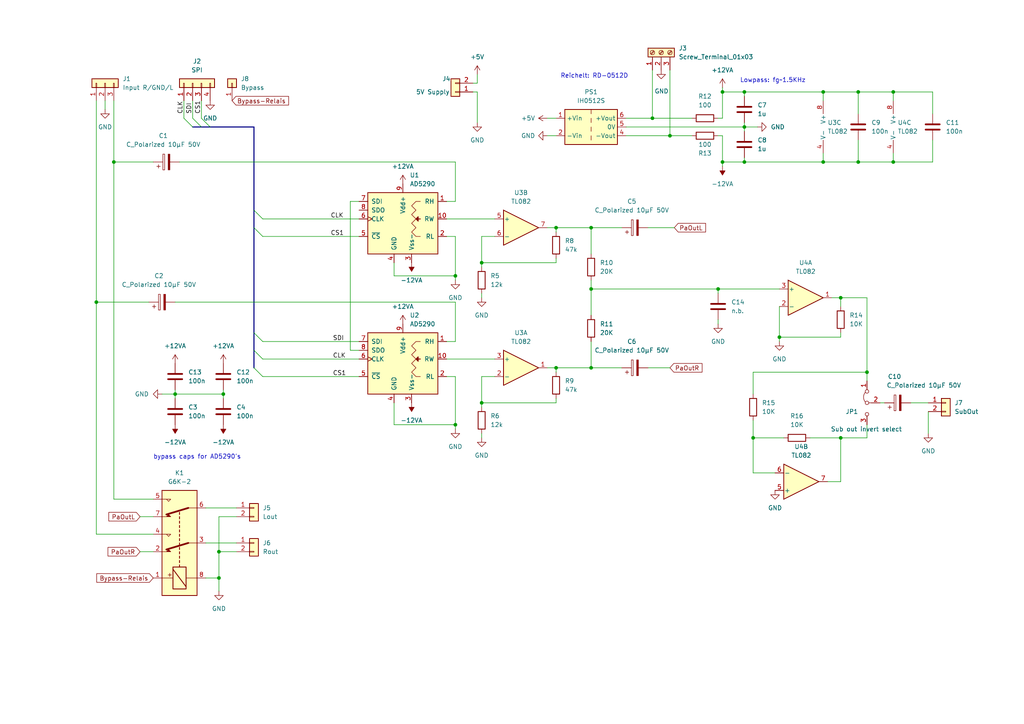
<source format=kicad_sch>
(kicad_sch (version 20211123) (generator eeschema)
  (paper "A4")
  (lib_symbols
    (symbol "Amplifier_Operational:TL082" (pin_names (offset 0.127))
      (property "Reference" "U" (at 0 5.08 0))
      (property "Value" "TL082" (at 0 -5.08 0))
      (symbol "TL082_1_1"
        (polyline (pts (xy -5.08 5.08) (xy 5.08 0) (xy -5.08 -5.08) (xy -5.08 5.08)) (stroke (width 0.254)) (fill (type background)))
        (pin output line (at 7.62 0 180) (length 2.54) (name "~") (number "1"))
        (pin input line (at -7.62 -2.54 0) (length 2.54) (name "-") (number "2"))
        (pin input line (at -7.62 2.54 0) (length 2.54) (name "+") (number "3"))
      )
      (symbol "TL082_2_1"
        (polyline (pts (xy -5.08 5.08) (xy 5.08 0) (xy -5.08 -5.08) (xy -5.08 5.08)) (stroke (width 0.254)) (fill (type background)))
        (pin input line (at -7.62 2.54 0) (length 2.54) (name "+") (number "5"))
        (pin input line (at -7.62 -2.54 0) (length 2.54) (name "-") (number "6"))
        (pin output line (at 7.62 0 180) (length 2.54) (name "~") (number "7"))
      )
      (symbol "TL082_3_1"
        (pin power_in line (at -2.54 -7.62 90) (length 3.81) (name "V-") (number "4"))
        (pin power_in line (at -2.54 7.62 270) (length 3.81) (name "V+") (number "8"))
      )
    )
    (symbol "Connector:Screw_Terminal_01x03" (pin_names (offset 1.016) hide)
      (property "Reference" "J" (at 0 5.08 0))
      (property "Value" "Screw_Terminal_01x03" (at 0 -5.08 0))
      (symbol "Screw_Terminal_01x03_1_1"
        (rectangle (start -1.27 3.81) (end 1.27 -3.81) (stroke (width 0.254)) (fill (type background)))
        (circle (center 0 -2.54) (radius 0.635) (stroke (width 0.1524)))
        (polyline (pts (xy -0.5334 -2.2098) (xy 0.3302 -3.048)) (stroke (width 0.1524)))
        (polyline (pts (xy -0.5334 0.3302) (xy 0.3302 -0.508)) (stroke (width 0.1524)))
        (polyline (pts (xy -0.5334 2.8702) (xy 0.3302 2.032)) (stroke (width 0.1524)))
        (polyline (pts (xy -0.3556 -2.032) (xy 0.508 -2.8702)) (stroke (width 0.1524)))
        (polyline (pts (xy -0.3556 0.508) (xy 0.508 -0.3302)) (stroke (width 0.1524)))
        (polyline (pts (xy -0.3556 3.048) (xy 0.508 2.2098)) (stroke (width 0.1524)))
        (circle (center 0 0) (radius 0.635) (stroke (width 0.1524)))
        (circle (center 0 2.54) (radius 0.635) (stroke (width 0.1524)))
        (pin passive line (at -5.08 2.54 0) (length 3.81) (name "Pin_1") (number "1"))
        (pin passive line (at -5.08 0 0) (length 3.81) (name "Pin_2") (number "2"))
        (pin passive line (at -5.08 -2.54 0) (length 3.81) (name "Pin_3") (number "3"))
      )
    )
    (symbol "Connector_Generic:Conn_01x01" (pin_names (offset 1.016) hide)
      (property "Reference" "J" (at 0 2.54 0))
      (property "Value" "Conn_01x01" (at 0 -2.54 0))
      (symbol "Conn_01x01_1_1"
        (rectangle (start -1.27 0.127) (end 0 -0.127) (stroke (width 0.1524)))
        (rectangle (start -1.27 1.27) (end 1.27 -1.27) (stroke (width 0.254)) (fill (type background)))
        (pin passive line (at -5.08 0 0) (length 3.81) (name "Pin_1") (number "1"))
      )
    )
    (symbol "Connector_Generic:Conn_01x02" (pin_names (offset 1.016) hide)
      (property "Reference" "J" (at 0 2.54 0))
      (property "Value" "Conn_01x02" (at 0 -5.08 0))
      (symbol "Conn_01x02_1_1"
        (rectangle (start -1.27 -2.413) (end 0 -2.667) (stroke (width 0.1524)))
        (rectangle (start -1.27 0.127) (end 0 -0.127) (stroke (width 0.1524)))
        (rectangle (start -1.27 1.27) (end 1.27 -3.81) (stroke (width 0.254)) (fill (type background)))
        (pin passive line (at -5.08 0 0) (length 3.81) (name "Pin_1") (number "1"))
        (pin passive line (at -5.08 -2.54 0) (length 3.81) (name "Pin_2") (number "2"))
      )
    )
    (symbol "Connector_Generic:Conn_01x03" (pin_names (offset 1.016) hide)
      (property "Reference" "J" (at 0 5.08 0))
      (property "Value" "Conn_01x03" (at 0 -5.08 0))
      (symbol "Conn_01x03_1_1"
        (rectangle (start -1.27 -2.413) (end 0 -2.667) (stroke (width 0.1524)))
        (rectangle (start -1.27 0.127) (end 0 -0.127) (stroke (width 0.1524)))
        (rectangle (start -1.27 2.667) (end 0 2.413) (stroke (width 0.1524)))
        (rectangle (start -1.27 3.81) (end 1.27 -3.81) (stroke (width 0.254)) (fill (type background)))
        (pin passive line (at -5.08 2.54 0) (length 3.81) (name "Pin_1") (number "1"))
        (pin passive line (at -5.08 0 0) (length 3.81) (name "Pin_2") (number "2"))
        (pin passive line (at -5.08 -2.54 0) (length 3.81) (name "Pin_3") (number "3"))
      )
    )
    (symbol "Connector_Generic:Conn_01x04" (pin_names (offset 1.016) hide)
      (property "Reference" "J" (at 0 5.08 0))
      (property "Value" "Conn_01x04" (at 0 -7.62 0))
      (symbol "Conn_01x04_1_1"
        (rectangle (start -1.27 -4.953) (end 0 -5.207) (stroke (width 0.1524)))
        (rectangle (start -1.27 -2.413) (end 0 -2.667) (stroke (width 0.1524)))
        (rectangle (start -1.27 0.127) (end 0 -0.127) (stroke (width 0.1524)))
        (rectangle (start -1.27 2.667) (end 0 2.413) (stroke (width 0.1524)))
        (rectangle (start -1.27 3.81) (end 1.27 -6.35) (stroke (width 0.254)) (fill (type background)))
        (pin passive line (at -5.08 2.54 0) (length 3.81) (name "Pin_1") (number "1"))
        (pin passive line (at -5.08 0 0) (length 3.81) (name "Pin_2") (number "2"))
        (pin passive line (at -5.08 -2.54 0) (length 3.81) (name "Pin_3") (number "3"))
        (pin passive line (at -5.08 -5.08 0) (length 3.81) (name "Pin_4") (number "4"))
      )
    )
    (symbol "Converter_DCDC:IH0512S"
      (property "Reference" "PS" (at -7.62 6.35 0))
      (property "Value" "IH0512S" (at 1.27 6.35 0))
      (symbol "IH0512S_0_0"
        (pin power_in line (at -10.16 2.54 0) (length 2.54) (name "+Vin") (number "1"))
        (pin power_in line (at -10.16 -2.54 0) (length 2.54) (name "-Vin") (number "2"))
        (pin power_out line (at 10.16 -2.54 180) (length 2.54) (name "-Vout") (number "4"))
        (pin power_out line (at 10.16 0 180) (length 2.54) (name "0V") (number "5"))
        (pin power_out line (at 10.16 2.54 180) (length 2.54) (name "+Vout") (number "6"))
      )
      (symbol "IH0512S_0_1"
        (rectangle (start -7.62 5.08) (end 7.62 -5.08) (stroke (width 0.254)) (fill (type background)))
        (polyline (pts (xy 0 -2.54) (xy 0 -3.81)))
        (polyline (pts (xy 0 0) (xy 0 -1.27)))
        (polyline (pts (xy 0 2.54) (xy 0 1.27)))
        (polyline (pts (xy 0 5.08) (xy 0 3.81)))
      )
    )
    (symbol "Device:C" (pin_numbers hide) (pin_names (offset 0.254))
      (property "Reference" "C" (at 0.635 2.54 0))
      (property "Value" "C" (at 0.635 -2.54 0))
      (symbol "C_0_1"
        (polyline (pts (xy -2.032 -0.762) (xy 2.032 -0.762)) (stroke (width 0.508)))
        (polyline (pts (xy -2.032 0.762) (xy 2.032 0.762)) (stroke (width 0.508)))
      )
      (symbol "C_1_1"
        (pin passive line (at 0 3.81 270) (length 2.794) (name "~") (number "1"))
        (pin passive line (at 0 -3.81 90) (length 2.794) (name "~") (number "2"))
      )
    )
    (symbol "Device:C_Polarized" (pin_numbers hide) (pin_names (offset 0.254))
      (property "Reference" "C" (at 0.635 2.54 0))
      (property "Value" "C_Polarized" (at 0.635 -2.54 0))
      (symbol "C_Polarized_0_1"
        (rectangle (start -2.286 0.508) (end 2.286 1.016))
        (polyline (pts (xy -1.778 2.286) (xy -0.762 2.286)))
        (polyline (pts (xy -1.27 2.794) (xy -1.27 1.778)))
        (rectangle (start 2.286 -0.508) (end -2.286 -1.016) (fill (type outline)))
      )
      (symbol "C_Polarized_1_1"
        (pin passive line (at 0 3.81 270) (length 2.794) (name "~") (number "1"))
        (pin passive line (at 0 -3.81 90) (length 2.794) (name "~") (number "2"))
      )
    )
    (symbol "Device:R" (pin_numbers hide) (pin_names (offset 0))
      (property "Reference" "R" (at 2.032 0 90))
      (property "Value" "R" (at 0 0 90))
      (symbol "R_0_1"
        (rectangle (start -1.016 -2.54) (end 1.016 2.54) (stroke (width 0.254)))
      )
      (symbol "R_1_1"
        (pin passive line (at 0 3.81 270) (length 1.27) (name "~") (number "1"))
        (pin passive line (at 0 -3.81 90) (length 1.27) (name "~") (number "2"))
      )
    )
    (symbol "Jumper:Jumper_3_Bridged12" (pin_names (offset 0) hide)
      (property "Reference" "JP" (at -2.54 -2.54 0))
      (property "Value" "Jumper_3_Bridged12" (at 0 2.794 0))
      (symbol "Jumper_3_Bridged12_0_0"
        (circle (center -3.302 0) (radius 0.508))
        (circle (center 0 0) (radius 0.508))
        (circle (center 3.302 0) (radius 0.508))
      )
      (symbol "Jumper_3_Bridged12_0_1"
        (arc (start -0.254 0.508) (mid -1.651 0.9912) (end -3.048 0.508))
        (polyline (pts (xy 0 -1.27) (xy 0 -0.508)))
      )
      (symbol "Jumper_3_Bridged12_1_1"
        (pin passive line (at -6.35 0 0) (length 2.54) (name "A") (number "1"))
        (pin input line (at 0 -3.81 90) (length 2.54) (name "C") (number "2"))
        (pin passive line (at 6.35 0 180) (length 2.54) (name "B") (number "3"))
      )
    )
    (symbol "Potentiometer_Digital:AD5290" (pin_names (offset 1.016))
      (property "Reference" "U" (at -9.906 8.89 0))
      (property "Value" "AD5290" (at 2.794 9.144 0))
      (symbol "AD5290_0_1"
        (rectangle (start -10.16 7.62) (end 10.16 -10.16) (stroke (width 0.254)) (fill (type background)))
        (polyline (pts (xy 4.445 0) (xy 5.08 0)) (stroke (width 0.254)))
        (polyline (pts (xy 3.81 0) (xy 4.445 0.635) (xy 4.445 -0.635) (xy 3.81 0)) (stroke (width 0.254)) (fill (type outline)))
        (polyline (pts (xy 5.08 5.08) (xy 3.81 5.08) (xy 2.54 3.81) (xy 3.81 2.54) (xy 2.54 1.27) (xy 3.81 0) (xy 2.54 -1.27) (xy 3.81 -2.54) (xy 2.54 -3.81) (xy 3.81 -5.08) (xy 5.08 -5.08) (xy 5.08 -5.08) (xy 5.08 -5.08)))
      )
      (symbol "AD5290_1_1"
        (pin passive line (at 12.7 5.08 180) (length 2.54) (name "RH") (number "1"))
        (pin passive line (at 12.7 0 180) (length 2.54) (name "RW") (number "10"))
        (pin passive line (at 12.7 -5.08 180) (length 2.54) (name "RL") (number "2"))
        (pin power_in line (at 2.54 -12.7 90) (length 2.54) (name "Vss-") (number "3"))
        (pin power_in line (at -2.54 -12.7 90) (length 2.54) (name "GND") (number "4"))
        (pin input line (at -12.7 -5.08 0) (length 2.54) (name "~{CS}") (number "5"))
        (pin input clock (at -12.7 0 0) (length 2.54) (name "CLK") (number "6"))
        (pin input line (at -12.7 5.08 0) (length 2.54) (name "SDI") (number "7"))
        (pin output line (at -12.7 2.54 0) (length 2.54) (name "SDO") (number "8"))
        (pin power_in line (at 0 10.16 270) (length 2.54) (name "Vdd+") (number "9"))
      )
    )
    (symbol "Relay:G6K-2"
      (property "Reference" "K" (at 16.51 3.81 0))
      (property "Value" "G6K-2" (at 16.51 1.27 0))
      (symbol "G6K-2_0_0"
        (text "+" (at -9.271 2.921 0) (effects (font (size 1.27 1.27))))
      )
      (symbol "G6K-2_0_1"
        (rectangle (start -15.24 5.08) (end 15.24 -5.08) (stroke (width 0.254)) (fill (type background)))
        (rectangle (start -13.335 1.905) (end -6.985 -1.905) (stroke (width 0.254)))
        (polyline (pts (xy -12.7 -1.905) (xy -7.62 1.905)) (stroke (width 0.254)))
        (polyline (pts (xy -10.16 -5.08) (xy -10.16 -1.905)))
        (polyline (pts (xy -10.16 5.08) (xy -10.16 1.905)))
        (polyline (pts (xy -6.985 0) (xy -6.35 0)) (stroke (width 0.254)))
        (polyline (pts (xy -5.715 0) (xy -5.08 0)) (stroke (width 0.254)))
        (polyline (pts (xy -4.445 0) (xy -3.81 0)) (stroke (width 0.254)))
        (polyline (pts (xy -3.175 0) (xy -2.54 0)) (stroke (width 0.254)))
        (polyline (pts (xy -1.905 0) (xy -1.27 0)) (stroke (width 0.254)))
        (polyline (pts (xy -0.635 0) (xy 0 0)) (stroke (width 0.254)))
        (polyline (pts (xy 0 -2.54) (xy -1.905 3.81)) (stroke (width 0.508)))
        (polyline (pts (xy 0 -2.54) (xy 0 -5.08)))
        (polyline (pts (xy 0.635 0) (xy 1.27 0)) (stroke (width 0.254)))
        (polyline (pts (xy 1.905 0) (xy 2.54 0)) (stroke (width 0.254)))
        (polyline (pts (xy 3.175 0) (xy 3.81 0)) (stroke (width 0.254)))
        (polyline (pts (xy 4.445 0) (xy 5.08 0)) (stroke (width 0.254)))
        (polyline (pts (xy 5.715 0) (xy 6.35 0)) (stroke (width 0.254)))
        (polyline (pts (xy 6.985 0) (xy 7.62 0)) (stroke (width 0.254)))
        (polyline (pts (xy 8.255 0) (xy 8.89 0)) (stroke (width 0.254)))
        (polyline (pts (xy 10.16 -2.54) (xy 8.255 3.81)) (stroke (width 0.508)))
        (polyline (pts (xy 10.16 -2.54) (xy 10.16 -5.08)))
        (polyline (pts (xy -2.54 5.08) (xy -2.54 2.54) (xy -1.905 3.175) (xy -2.54 3.81)) (fill (type outline)))
        (polyline (pts (xy 2.54 5.08) (xy 2.54 2.54) (xy 1.905 3.175) (xy 2.54 3.81)))
        (polyline (pts (xy 7.62 5.08) (xy 7.62 2.54) (xy 8.255 3.175) (xy 7.62 3.81)) (fill (type outline)))
        (polyline (pts (xy 12.7 5.08) (xy 12.7 2.54) (xy 12.065 3.175) (xy 12.7 3.81)))
      )
      (symbol "G6K-2_1_1"
        (pin passive line (at -10.16 7.62 270) (length 2.54) (name "~") (number "1"))
        (pin passive line (at -2.54 7.62 270) (length 2.54) (name "~") (number "2"))
        (pin passive line (at 0 -7.62 90) (length 2.54) (name "~") (number "3"))
        (pin passive line (at 2.54 7.62 270) (length 2.54) (name "~") (number "4"))
        (pin passive line (at 12.7 7.62 270) (length 2.54) (name "~") (number "5"))
        (pin passive line (at 10.16 -7.62 90) (length 2.54) (name "~") (number "6"))
        (pin passive line (at 7.62 7.62 270) (length 2.54) (name "~") (number "7"))
        (pin passive line (at -10.16 -7.62 90) (length 2.54) (name "~") (number "8"))
      )
    )
    (symbol "power:+12VA" (power) (pin_names (offset 0))
      (property "Value" "+12VA" (at 0 3.556 0))
      (symbol "+12VA_0_1"
        (polyline (pts (xy -0.762 1.27) (xy 0 2.54)))
        (polyline (pts (xy 0 0) (xy 0 2.54)))
        (polyline (pts (xy 0 2.54) (xy 0.762 1.27)))
      )
      (symbol "+12VA_1_1"
        (pin power_in line (at 0 0 90) (length 0) hide (name "+12VA") (number "1"))
      )
    )
    (symbol "power:+5V" (power) (pin_names (offset 0))
      (property "Value" "+5V" (at 0 3.556 0))
      (symbol "+5V_0_1"
        (polyline (pts (xy -0.762 1.27) (xy 0 2.54)))
        (polyline (pts (xy 0 0) (xy 0 2.54)))
        (polyline (pts (xy 0 2.54) (xy 0.762 1.27)))
      )
      (symbol "+5V_1_1"
        (pin power_in line (at 0 0 90) (length 0) hide (name "+5V") (number "1"))
      )
    )
    (symbol "power:-12VA" (power) (pin_names (offset 0))
      (property "Value" "-12VA" (at 0 3.556 0))
      (symbol "-12VA_0_0"
        (pin power_in line (at 0 0 90) (length 0) hide (name "-12VA") (number "1"))
      )
      (symbol "-12VA_0_1"
        (polyline (pts (xy 0 0) (xy 0 1.27) (xy 0.762 1.27) (xy 0 2.54) (xy -0.762 1.27) (xy 0 1.27)) (fill (type outline)))
      )
    )
    (symbol "power:GND" (power) (pin_names (offset 0))
      (property "Value" "GND" (at 0 -3.81 0))
      (symbol "GND_0_1"
        (polyline (pts (xy 0 0) (xy 0 -1.27) (xy 1.27 -1.27) (xy 0 -2.54) (xy -1.27 -1.27) (xy 0 -1.27)))
      )
      (symbol "GND_1_1"
        (pin power_in line (at 0 0 270) (length 0) hide (name "GND") (number "1"))
      )
    )
  )
  (junction (at 171.45 106.68))
  (junction (at 215.9 26.67))
  (junction (at 171.45 83.82))
  (junction (at 243.84 86.36))
  (junction (at 248.92 46.99))
  (junction (at 243.84 127))
  (junction (at 209.55 26.67))
  (junction (at 139.7 76.2))
  (junction (at 189.23 34.29))
  (junction (at 132.08 80.01))
  (junction (at 64.77 114.3))
  (junction (at 161.29 106.68))
  (junction (at 215.9 46.99))
  (junction (at 248.92 26.67))
  (junction (at 139.7 116.84))
  (junction (at 171.45 66.04))
  (junction (at 132.08 123.19))
  (junction (at 218.44 127))
  (junction (at 63.5 160.02))
  (junction (at 161.29 66.04))
  (junction (at 238.76 46.99))
  (junction (at 238.76 26.67))
  (junction (at 251.46 107.95))
  (junction (at 27.94 87.63))
  (junction (at 215.9 36.83))
  (junction (at 194.31 39.37))
  (junction (at 50.8 114.3))
  (junction (at 209.55 46.99))
  (junction (at 63.5 167.64))
  (junction (at 259.08 46.99))
  (junction (at 226.06 97.79))
  (junction (at 33.02 46.99))
  (junction (at 208.28 83.82))
  (junction (at 259.08 26.67))
  (bus_entry (at 58.42 34.29) (size 2.54 2.54))
  (bus_entry (at 53.34 34.29) (size 2.54 2.54))
  (bus_entry (at 55.88 34.29) (size 2.54 2.54))
  (bus_entry (at 73.66 101.6) (size 2.54 2.54))
  (bus_entry (at 73.66 60.96) (size 2.54 2.54))
  (bus_entry (at 73.66 106.68) (size 2.54 2.54))
  (bus_entry (at 73.66 66.04) (size 2.54 2.54))
  (bus_entry (at 73.66 96.52) (size 2.54 2.54))
  (wire (pts (xy 238.76 26.67) (xy 238.76 29.21)))
  (wire (pts (xy 209.55 26.67) (xy 209.55 34.29)))
  (wire (pts (xy 114.3 116.84) (xy 114.3 123.19)))
  (wire (pts (xy 44.45 154.94) (xy 27.94 154.94)))
  (wire (pts (xy 27.94 87.63) (xy 27.94 154.94)))
  (wire (pts (xy 129.54 68.58) (xy 132.08 68.58)))
  (wire (pts (xy 194.31 20.32) (xy 194.31 39.37)))
  (wire (pts (xy 139.7 109.22) (xy 143.51 109.22)))
  (wire (pts (xy 241.3 86.36) (xy 243.84 86.36)))
  (wire (pts (xy 132.08 99.06) (xy 132.08 87.63)))
  (wire (pts (xy 50.8 113.03) (xy 50.8 114.3)))
  (wire (pts (xy 270.51 46.99) (xy 270.51 40.64)))
  (wire (pts (xy 46.99 114.3) (xy 50.8 114.3)))
  (wire (pts (xy 187.96 66.04) (xy 195.58 66.04)))
  (wire (pts (xy 248.92 40.64) (xy 248.92 46.99)))
  (wire (pts (xy 132.08 123.19) (xy 132.08 124.46)))
  (wire (pts (xy 161.29 74.93) (xy 161.29 76.2)))
  (wire (pts (xy 171.45 99.06) (xy 171.45 106.68)))
  (wire (pts (xy 189.23 20.32) (xy 189.23 34.29)))
  (wire (pts (xy 132.08 68.58) (xy 132.08 80.01)))
  (wire (pts (xy 129.54 109.22) (xy 132.08 109.22)))
  (wire (pts (xy 238.76 44.45) (xy 238.76 46.99)))
  (wire (pts (xy 161.29 66.04) (xy 171.45 66.04)))
  (wire (pts (xy 30.48 29.21) (xy 30.48 31.75)))
  (wire (pts (xy 251.46 86.36) (xy 243.84 86.36)))
  (wire (pts (xy 76.2 68.58) (xy 104.14 68.58)))
  (wire (pts (xy 171.45 83.82) (xy 208.28 83.82)))
  (wire (pts (xy 132.08 80.01) (xy 132.08 81.28)))
  (wire (pts (xy 161.29 115.57) (xy 161.29 116.84)))
  (wire (pts (xy 76.2 104.14) (xy 104.14 104.14)))
  (wire (pts (xy 187.96 106.68) (xy 194.31 106.68)))
  (wire (pts (xy 238.76 26.67) (xy 248.92 26.67)))
  (wire (pts (xy 208.28 83.82) (xy 226.06 83.82)))
  (wire (pts (xy 270.51 33.02) (xy 270.51 26.67)))
  (wire (pts (xy 208.28 92.71) (xy 208.28 93.98)))
  (wire (pts (xy 114.3 80.01) (xy 132.08 80.01)))
  (wire (pts (xy 259.08 44.45) (xy 259.08 46.99)))
  (bus (pts (xy 73.66 66.04) (xy 73.66 60.96)))
  (wire (pts (xy 138.43 26.67) (xy 138.43 35.56)))
  (wire (pts (xy 181.61 34.29) (xy 189.23 34.29)))
  (wire (pts (xy 101.6 58.42) (xy 104.14 58.42)))
  (wire (pts (xy 224.79 137.16) (xy 218.44 137.16)))
  (wire (pts (xy 158.75 106.68) (xy 161.29 106.68)))
  (wire (pts (xy 259.08 26.67) (xy 270.51 26.67)))
  (wire (pts (xy 251.46 110.49) (xy 251.46 107.95)))
  (wire (pts (xy 189.23 34.29) (xy 200.66 34.29)))
  (wire (pts (xy 243.84 96.52) (xy 243.84 97.79)))
  (wire (pts (xy 33.02 29.21) (xy 33.02 46.99)))
  (wire (pts (xy 139.7 76.2) (xy 139.7 77.47)))
  (wire (pts (xy 138.43 24.13) (xy 138.43 21.59)))
  (wire (pts (xy 248.92 26.67) (xy 248.92 33.02)))
  (wire (pts (xy 215.9 26.67) (xy 238.76 26.67)))
  (wire (pts (xy 137.16 26.67) (xy 138.43 26.67)))
  (wire (pts (xy 259.08 46.99) (xy 270.51 46.99)))
  (wire (pts (xy 63.5 160.02) (xy 68.58 160.02)))
  (wire (pts (xy 161.29 106.68) (xy 161.29 107.95)))
  (wire (pts (xy 139.7 116.84) (xy 139.7 118.11)))
  (wire (pts (xy 215.9 27.94) (xy 215.9 26.67)))
  (wire (pts (xy 43.18 87.63) (xy 27.94 87.63)))
  (wire (pts (xy 76.2 99.06) (xy 104.14 99.06)))
  (bus (pts (xy 73.66 66.04) (xy 73.66 96.52)))
  (wire (pts (xy 209.55 46.99) (xy 215.9 46.99)))
  (wire (pts (xy 218.44 127) (xy 218.44 137.16)))
  (wire (pts (xy 59.69 147.32) (xy 68.58 147.32)))
  (wire (pts (xy 194.31 39.37) (xy 200.66 39.37)))
  (wire (pts (xy 40.64 149.86) (xy 44.45 149.86)))
  (wire (pts (xy 76.2 63.5) (xy 104.14 63.5)))
  (wire (pts (xy 27.94 29.21) (xy 27.94 87.63)))
  (wire (pts (xy 114.3 76.2) (xy 114.3 80.01)))
  (wire (pts (xy 139.7 85.09) (xy 139.7 86.36)))
  (wire (pts (xy 259.08 26.67) (xy 259.08 29.21)))
  (wire (pts (xy 137.16 24.13) (xy 138.43 24.13)))
  (wire (pts (xy 255.27 116.84) (xy 256.54 116.84)))
  (bus (pts (xy 73.66 96.52) (xy 73.66 101.6)))
  (wire (pts (xy 171.45 66.04) (xy 171.45 73.66)))
  (wire (pts (xy 171.45 83.82) (xy 171.45 91.44)))
  (wire (pts (xy 139.7 68.58) (xy 139.7 76.2)))
  (wire (pts (xy 215.9 36.83) (xy 219.71 36.83)))
  (wire (pts (xy 132.08 87.63) (xy 50.8 87.63)))
  (wire (pts (xy 129.54 104.14) (xy 143.51 104.14)))
  (wire (pts (xy 158.75 39.37) (xy 161.29 39.37)))
  (wire (pts (xy 76.2 109.22) (xy 104.14 109.22)))
  (wire (pts (xy 33.02 46.99) (xy 44.45 46.99)))
  (wire (pts (xy 208.28 83.82) (xy 208.28 85.09)))
  (wire (pts (xy 139.7 125.73) (xy 139.7 127)))
  (wire (pts (xy 132.08 109.22) (xy 132.08 123.19)))
  (wire (pts (xy 129.54 63.5) (xy 143.51 63.5)))
  (bus (pts (xy 60.96 36.83) (xy 58.42 36.83)))
  (wire (pts (xy 139.7 68.58) (xy 143.51 68.58)))
  (wire (pts (xy 243.84 86.36) (xy 243.84 88.9)))
  (wire (pts (xy 248.92 26.67) (xy 259.08 26.67)))
  (wire (pts (xy 248.92 46.99) (xy 259.08 46.99)))
  (wire (pts (xy 161.29 67.31) (xy 161.29 66.04)))
  (wire (pts (xy 64.77 113.03) (xy 64.77 114.3)))
  (wire (pts (xy 181.61 39.37) (xy 194.31 39.37)))
  (wire (pts (xy 215.9 46.99) (xy 238.76 46.99)))
  (wire (pts (xy 64.77 114.3) (xy 64.77 115.57)))
  (wire (pts (xy 171.45 66.04) (xy 180.34 66.04)))
  (wire (pts (xy 208.28 34.29) (xy 209.55 34.29)))
  (wire (pts (xy 63.5 167.64) (xy 63.5 171.45)))
  (wire (pts (xy 50.8 114.3) (xy 64.77 114.3)))
  (wire (pts (xy 181.61 36.83) (xy 215.9 36.83)))
  (wire (pts (xy 33.02 46.99) (xy 33.02 144.78)))
  (wire (pts (xy 240.03 139.7) (xy 243.84 139.7)))
  (bus (pts (xy 73.66 36.83) (xy 73.66 60.96)))
  (wire (pts (xy 59.69 167.64) (xy 63.5 167.64)))
  (wire (pts (xy 68.58 149.86) (xy 63.5 149.86)))
  (wire (pts (xy 209.55 46.99) (xy 209.55 48.26)))
  (wire (pts (xy 63.5 160.02) (xy 63.5 167.64)))
  (wire (pts (xy 104.14 101.6) (xy 101.6 101.6)))
  (wire (pts (xy 238.76 46.99) (xy 248.92 46.99)))
  (bus (pts (xy 58.42 36.83) (xy 55.88 36.83)))
  (wire (pts (xy 218.44 107.95) (xy 251.46 107.95)))
  (wire (pts (xy 139.7 76.2) (xy 161.29 76.2)))
  (wire (pts (xy 226.06 97.79) (xy 243.84 97.79)))
  (wire (pts (xy 132.08 58.42) (xy 129.54 58.42)))
  (wire (pts (xy 218.44 121.92) (xy 218.44 127)))
  (wire (pts (xy 171.45 106.68) (xy 180.34 106.68)))
  (bus (pts (xy 73.66 101.6) (xy 73.66 106.68)))
  (wire (pts (xy 209.55 26.67) (xy 215.9 26.67)))
  (wire (pts (xy 139.7 116.84) (xy 161.29 116.84)))
  (wire (pts (xy 55.88 29.21) (xy 55.88 34.29)))
  (wire (pts (xy 251.46 123.19) (xy 251.46 127)))
  (wire (pts (xy 139.7 109.22) (xy 139.7 116.84)))
  (wire (pts (xy 52.07 46.99) (xy 132.08 46.99)))
  (wire (pts (xy 158.75 66.04) (xy 161.29 66.04)))
  (wire (pts (xy 264.16 116.84) (xy 269.24 116.84)))
  (wire (pts (xy 171.45 81.28) (xy 171.45 83.82)))
  (wire (pts (xy 226.06 97.79) (xy 226.06 99.06)))
  (wire (pts (xy 209.55 25.4) (xy 209.55 26.67)))
  (wire (pts (xy 215.9 45.72) (xy 215.9 46.99)))
  (wire (pts (xy 208.28 39.37) (xy 209.55 39.37)))
  (wire (pts (xy 209.55 39.37) (xy 209.55 46.99)))
  (wire (pts (xy 59.69 157.48) (xy 68.58 157.48)))
  (wire (pts (xy 243.84 127) (xy 243.84 139.7)))
  (wire (pts (xy 50.8 114.3) (xy 50.8 115.57)))
  (wire (pts (xy 161.29 106.68) (xy 171.45 106.68)))
  (wire (pts (xy 243.84 127) (xy 251.46 127)))
  (bus (pts (xy 60.96 36.83) (xy 73.66 36.83)))
  (wire (pts (xy 227.33 127) (xy 218.44 127)))
  (wire (pts (xy 132.08 46.99) (xy 132.08 58.42)))
  (wire (pts (xy 215.9 36.83) (xy 215.9 38.1)))
  (wire (pts (xy 215.9 35.56) (xy 215.9 36.83)))
  (wire (pts (xy 44.45 144.78) (xy 33.02 144.78)))
  (wire (pts (xy 129.54 99.06) (xy 132.08 99.06)))
  (wire (pts (xy 101.6 101.6) (xy 101.6 58.42)))
  (wire (pts (xy 53.34 29.21) (xy 53.34 34.29)))
  (wire (pts (xy 226.06 97.79) (xy 226.06 88.9)))
  (wire (pts (xy 269.24 119.38) (xy 269.24 125.73)))
  (wire (pts (xy 158.75 34.29) (xy 161.29 34.29)))
  (wire (pts (xy 218.44 114.3) (xy 218.44 107.95)))
  (wire (pts (xy 114.3 123.19) (xy 132.08 123.19)))
  (wire (pts (xy 58.42 29.21) (xy 58.42 34.29)))
  (wire (pts (xy 234.95 127) (xy 243.84 127)))
  (wire (pts (xy 63.5 149.86) (xy 63.5 160.02)))
  (wire (pts (xy 251.46 107.95) (xy 251.46 86.36)))
  (wire (pts (xy 40.64 160.02) (xy 44.45 160.02)))
  (text "bypass caps for AD5290's\n" (at 44.45 133.35 0) (effects (font (size 1.27 1.27)) (justify left bottom)))
  (text "Reichelt: RD-0512D" (at 162.56 22.86 0) (effects (font (size 1.27 1.27)) (justify left bottom)))
  (text "Lowpass: fg~1.5KHz" (at 214.63 24.13 0) (effects (font (size 1.27 1.27)) (justify left bottom)))
  (label "SDI" (at 96.52 99.06 0))
  (label "CLK" (at 95.885 63.5 0))
  (label "CS1" (at 58.42 33.02 90))
  (label "CLK" (at 53.34 33.02 90))
  (label "CS1" (at 96.52 109.22 0))
  (label "CLK" (at 96.52 104.14 0))
  (label "CS1" (at 95.885 68.58 0))
  (label "SDI" (at 55.88 33.02 90))
  (global_label "Bypass-Relais" (shape input) (at 44.45 167.64 180) (property "Intersheet References" "${INTERSHEET_REFS}" (effects hide)))
  (global_label "PaOutR" (shape input) (at 40.64 160.02 180) (property "Intersheet References" "${INTERSHEET_REFS}" (effects hide)))
  (global_label "Bypass-Relais" (shape input) (at 67.31 29.21 0) (property "Intersheet References" "${INTERSHEET_REFS}" (effects hide)))
  (global_label "PaOutL" (shape input) (at 195.58 66.04 0) (property "Intersheet References" "${INTERSHEET_REFS}" (effects hide)))
  (global_label "PaOutL" (shape input) (at 40.64 149.86 180) (property "Intersheet References" "${INTERSHEET_REFS}" (effects hide)))
  (global_label "PaOutR" (shape input) (at 194.31 106.68 0) (property "Intersheet References" "${INTERSHEET_REFS}" (effects hide)))
  (symbol (lib_id "power:+5V") (at 138.43 21.59 0) (unit 1)
    (property "Reference" "#PWR09" (effects hide))
    (property "Value" "+5V" (at 138.43 16.51 0))
  )
  (symbol (lib_id "Amplifier_Operational:TL082") (at 261.62 36.83 0) (unit 3)
    (property "Reference" "U4" (at 260.35 35.5599 0) (effects (justify left)))
    (property "Value" "TL082" (at 260.35 38.0999 0) (effects (justify left)))
    (property "Footprint" "Package_DIP:DIP-8_W7.62mm_Socket" (effects hide))
    (property "Datasheet" "http://www.ti.com/lit/ds/symlink/tl081.pdf" (effects hide))
  )
  (symbol (lib_id "power:GND") (at 224.79 142.24 0) (unit 1)
    (property "Reference" "#PWR0105" (effects hide))
    (property "Value" "GND" (at 224.79 147.32 0))
  )
  (symbol (lib_id "Device:C") (at 64.77 109.22 0) (unit 1)
    (property "Reference" "C12" (at 68.58 107.9499 0) (effects (justify left)))
    (property "Value" "100n" (at 68.58 110.4899 0) (effects (justify left)))
    (property "Footprint" "Capacitor_THT:C_Rect_L4.6mm_W2.0mm_P2.50mm_MKS02_FKP02" (effects hide))
  )
  (symbol (lib_id "Device:R") (at 171.45 77.47 0) (unit 1)
    (property "Reference" "R10" (at 173.99 76.1999 0) (effects (justify left)))
    (property "Value" "20K" (at 173.99 78.7399 0) (effects (justify left)))
    (property "Footprint" "Resistor_THT:R_Axial_DIN0207_L6.3mm_D2.5mm_P10.16mm_Horizontal" (effects hide))
  )
  (symbol (lib_id "power:-12VA") (at 64.77 123.19 180) (unit 1)
    (property "Reference" "#PWR0117" (effects hide))
    (property "Value" "-12VA" (at 64.77 128.27 0))
  )
  (symbol (lib_id "Device:C_Polarized") (at 46.99 87.63 90) (unit 1)
    (property "Reference" "C2" (at 46.101 80.01 90))
    (property "Value" "C_Polarized 10µF 50V" (at 46.101 82.55 90))
    (property "Footprint" "Capacitor_THT:CP_Radial_D5.0mm_P2.00mm" (effects hide))
  )
  (symbol (lib_id "Device:C") (at 50.8 109.22 0) (unit 1)
    (property "Reference" "C13" (at 54.61 107.9499 0) (effects (justify left)))
    (property "Value" "100n" (at 54.61 110.4899 0) (effects (justify left)))
    (property "Footprint" "Capacitor_THT:C_Rect_L4.6mm_W2.0mm_P2.50mm_MKS02_FKP02" (effects hide))
  )
  (symbol (lib_id "Connector_Generic:Conn_01x04") (at 55.88 24.13 90) (unit 1)
    (property "Reference" "J2" (at 57.15 17.78 90))
    (property "Value" "SPI" (at 57.15 20.32 90))
    (property "Footprint" "Connector_PinHeader_2.54mm:PinHeader_1x04_P2.54mm_Vertical" (effects hide))
  )
  (symbol (lib_id "Device:C") (at 64.77 119.38 0) (unit 1)
    (property "Reference" "C4" (at 68.58 118.1099 0) (effects (justify left)))
    (property "Value" "100n" (at 68.58 120.6499 0) (effects (justify left)))
    (property "Footprint" "Capacitor_THT:C_Rect_L4.6mm_W2.0mm_P2.50mm_MKS02_FKP02" (effects hide))
  )
  (symbol (lib_id "power:GND") (at 158.75 39.37 270) (unit 1)
    (property "Reference" "#PWR015" (effects hide))
    (property "Value" "GND" (at 151.13 39.37 90) (effects (justify left)))
  )
  (symbol (lib_id "Amplifier_Operational:TL082") (at 241.3 36.83 0) (unit 3)
    (property "Reference" "U3" (at 240.03 35.5599 0) (effects (justify left)))
    (property "Value" "TL082" (at 240.03 38.0999 0) (effects (justify left)))
    (property "Footprint" "Package_DIP:DIP-8_W7.62mm_Socket" (effects hide))
    (property "Datasheet" "http://www.ti.com/lit/ds/symlink/tl081.pdf" (effects hide))
  )
  (symbol (lib_id "Converter_DCDC:IH0512S") (at 171.45 36.83 0) (unit 1)
    (property "Reference" "PS1" (at 171.45 26.67 0))
    (property "Value" "IH0512S" (at 171.45 29.21 0))
    (property "Footprint" "Converter_DCDC:Converter_DCDC_XP_POWER-IHxxxxS_THT" (effects hide))
    (property "Datasheet" "https://www.xppower.com/pdfs/SF_IH.pdf" (effects hide))
  )
  (symbol (lib_id "power:GND") (at 30.48 31.75 0) (unit 1)
    (property "Reference" "#PWR01" (effects hide))
    (property "Value" "GND" (at 30.48 36.83 0))
  )
  (symbol (lib_id "power:+12VA") (at 209.55 25.4 0) (unit 1)
    (property "Reference" "#PWR018" (effects hide))
    (property "Value" "+12VA" (at 209.55 20.32 0))
  )
  (symbol (lib_id "power:GND") (at 132.08 81.28 0) (unit 1)
    (property "Reference" "#PWR04" (effects hide))
    (property "Value" "GND" (at 132.08 86.36 0))
  )
  (symbol (lib_id "Connector_Generic:Conn_01x02") (at 274.32 116.84 0) (unit 1)
    (property "Reference" "J7" (at 276.86 116.8399 0) (effects (justify left)))
    (property "Value" "SubOut" (at 276.86 119.3799 0) (effects (justify left)))
    (property "Footprint" "Connector_Molex:Molex_KK-254_AE-6410-02A_1x02_P2.54mm_Vertical" (effects hide))
  )
  (symbol (lib_id "Amplifier_Operational:TL082") (at 151.13 106.68 0) (unit 1)
    (property "Reference" "U3" (at 151.13 96.52 0))
    (property "Value" "TL082" (at 151.13 99.06 0))
    (property "Footprint" "Package_DIP:DIP-8_W7.62mm_Socket" (effects hide))
    (property "Datasheet" "http://www.ti.com/lit/ds/symlink/tl081.pdf" (effects hide))
  )
  (symbol (lib_id "Connector_Generic:Conn_01x02") (at 73.66 157.48 0) (unit 1)
    (property "Reference" "J6" (at 76.2 157.4799 0) (effects (justify left)))
    (property "Value" "Rout" (at 76.2 160.0199 0) (effects (justify left)))
    (property "Footprint" "Connector_Molex:Molex_KK-254_AE-6410-02A_1x02_P2.54mm_Vertical" (effects hide))
  )
  (symbol (lib_id "Connector_Generic:Conn_01x03") (at 30.48 24.13 90) (unit 1)
    (property "Reference" "J1" (at 35.56 22.8599 90) (effects (justify right)))
    (property "Value" "Input R/GND/L" (at 35.56 25.3999 90) (effects (justify right)))
    (property "Footprint" "Connector_JST:JST_XH_B3B-XH-A_1x03_P2.50mm_Vertical" (effects hide))
  )
  (symbol (lib_id "Device:C") (at 215.9 41.91 0) (unit 1)
    (property "Reference" "C8" (at 219.71 40.6399 0) (effects (justify left)))
    (property "Value" "1u" (at 219.71 43.1799 0) (effects (justify left)))
    (property "Footprint" "Capacitor_THT:C_Rect_L7.0mm_W2.5mm_P5.00mm" (effects hide))
  )
  (symbol (lib_id "Device:C_Polarized") (at 184.15 66.04 90) (unit 1)
    (property "Reference" "C5" (at 183.261 58.42 90))
    (property "Value" "C_Polarized 10µF 50V" (at 183.261 60.96 90))
    (property "Footprint" "Capacitor_THT:CP_Radial_D5.0mm_P2.00mm" (effects hide))
  )
  (symbol (lib_id "power:-12VA") (at 119.38 116.84 180) (unit 1)
    (property "Reference" "#PWR0113" (effects hide))
    (property "Value" "-12VA" (at 119.38 121.92 0))
  )
  (symbol (lib_id "Device:C_Polarized") (at 260.35 116.84 90) (unit 1)
    (property "Reference" "C10" (at 259.461 109.22 90))
    (property "Value" "C_Polarized 10µF 50V" (at 267.97 111.76 90))
    (property "Footprint" "Capacitor_THT:CP_Radial_D5.0mm_P2.00mm" (effects hide))
  )
  (symbol (lib_id "power:GND") (at 138.43 35.56 0) (unit 1)
    (property "Reference" "#PWR010" (effects hide))
    (property "Value" "GND" (at 138.43 40.64 0))
  )
  (symbol (lib_id "power:GND") (at 139.7 127 0) (unit 1)
    (property "Reference" "#PWR0112" (effects hide))
    (property "Value" "GND" (at 139.7 132.08 0))
  )
  (symbol (lib_id "Device:R") (at 231.14 127 270) (unit 1)
    (property "Reference" "R16" (at 231.14 120.65 90))
    (property "Value" "10K" (at 231.14 123.19 90))
    (property "Footprint" "Resistor_THT:R_Axial_DIN0207_L6.3mm_D2.5mm_P10.16mm_Horizontal" (effects hide))
  )
  (symbol (lib_id "power:GND") (at 219.71 36.83 90) (unit 1)
    (property "Reference" "#PWR020" (effects hide))
    (property "Value" "GND" (at 223.52 36.8299 90) (effects (justify right)))
  )
  (symbol (lib_id "Device:C") (at 50.8 119.38 0) (unit 1)
    (property "Reference" "C3" (at 54.61 118.1099 0) (effects (justify left)))
    (property "Value" "100n" (at 54.61 120.6499 0) (effects (justify left)))
    (property "Footprint" "Capacitor_THT:C_Rect_L4.6mm_W2.0mm_P2.50mm_MKS02_FKP02" (effects hide))
  )
  (symbol (lib_id "power:-12VA") (at 50.8 123.19 180) (unit 1)
    (property "Reference" "#PWR0116" (effects hide))
    (property "Value" "-12VA" (at 50.8 128.27 0))
  )
  (symbol (lib_id "Amplifier_Operational:TL082") (at 151.13 66.04 0) (unit 2)
    (property "Reference" "U3" (at 151.13 55.88 0))
    (property "Value" "TL082" (at 151.13 58.42 0))
    (property "Footprint" "Package_DIP:DIP-8_W7.62mm_Socket" (effects hide))
    (property "Datasheet" "http://www.ti.com/lit/ds/symlink/tl081.pdf" (effects hide))
  )
  (symbol (lib_id "Connector:Screw_Terminal_01x03") (at 191.77 15.24 90) (unit 1)
    (property "Reference" "J3" (at 196.85 13.9699 90) (effects (justify right)))
    (property "Value" "Screw_Terminal_01x03" (at 196.85 16.5099 90) (effects (justify right)))
    (property "Footprint" "TerminalBlock_Phoenix:TerminalBlock_Phoenix_PT-1,5-3-5.0-H_1x03_P5.00mm_Horizontal" (effects hide))
  )
  (symbol (lib_id "Device:R") (at 204.47 39.37 90) (unit 1)
    (property "Reference" "R13" (at 204.47 44.45 90))
    (property "Value" "100" (at 204.47 41.91 90))
    (property "Footprint" "Resistor_THT:R_Axial_DIN0207_L6.3mm_D2.5mm_P10.16mm_Horizontal" (effects hide))
  )
  (symbol (lib_id "Device:C") (at 208.28 88.9 0) (unit 1)
    (property "Reference" "C14" (at 212.09 87.6299 0) (effects (justify left)))
    (property "Value" "n.b." (at 212.09 90.1699 0) (effects (justify left)))
    (property "Footprint" "Capacitor_THT:C_Rect_L7.0mm_W2.5mm_P5.00mm" (effects hide))
  )
  (symbol (lib_id "Device:R") (at 171.45 95.25 0) (unit 1)
    (property "Reference" "R11" (at 173.99 93.9799 0) (effects (justify left)))
    (property "Value" "20K" (at 173.99 96.5199 0) (effects (justify left)))
    (property "Footprint" "Resistor_THT:R_Axial_DIN0207_L6.3mm_D2.5mm_P10.16mm_Horizontal" (effects hide))
  )
  (symbol (lib_id "Device:R") (at 218.44 118.11 180) (unit 1)
    (property "Reference" "R15" (at 220.98 116.8399 0) (effects (justify right)))
    (property "Value" "10K" (at 220.98 119.3799 0) (effects (justify right)))
    (property "Footprint" "Resistor_THT:R_Axial_DIN0207_L6.3mm_D2.5mm_P10.16mm_Horizontal" (effects hide))
  )
  (symbol (lib_id "Amplifier_Operational:TL082") (at 232.41 139.7 0) (mirror x) (unit 2)
    (property "Reference" "U4" (at 232.41 129.54 0))
    (property "Value" "TL082" (at 232.41 132.08 0))
    (property "Footprint" "Package_DIP:DIP-8_W7.62mm_Socket" (effects hide))
    (property "Datasheet" "http://www.ti.com/lit/ds/symlink/tl081.pdf" (effects hide))
  )
  (symbol (lib_id "power:GND") (at 46.99 114.3 270) (unit 1)
    (property "Reference" "#PWR0104" (effects hide))
    (property "Value" "GND" (at 43.18 114.2999 90) (effects (justify right)))
  )
  (symbol (lib_id "Device:R") (at 161.29 71.12 180) (unit 1)
    (property "Reference" "R8" (at 163.83 69.8499 0) (effects (justify right)))
    (property "Value" "47k" (at 163.83 72.3899 0) (effects (justify right)))
    (property "Footprint" "Resistor_THT:R_Axial_DIN0207_L6.3mm_D2.5mm_P10.16mm_Horizontal" (effects hide))
  )
  (symbol (lib_id "power:+12VA") (at 50.8 105.41 0) (unit 1)
    (property "Reference" "#PWR0115" (effects hide))
    (property "Value" "+12VA" (at 50.8 100.33 0))
  )
  (symbol (lib_id "Jumper:Jumper_3_Bridged12") (at 251.46 116.84 90) (mirror x) (unit 1)
    (property "Reference" "JP1" (at 248.92 119.38 90) (effects (justify left)))
    (property "Value" "Sub out invert select" (at 261.62 124.46 90) (effects (justify left)))
    (property "Footprint" "Connector_PinHeader_2.54mm:PinHeader_1x03_P2.54mm_Vertical" (effects hide))
  )
  (symbol (lib_id "power:+5V") (at 158.75 34.29 90) (unit 1)
    (property "Reference" "#PWR014" (effects hide))
    (property "Value" "+5V" (at 151.13 34.29 90) (effects (justify right)))
  )
  (symbol (lib_id "Potentiometer_Digital:AD5290") (at 116.84 63.5 0) (unit 1)
    (property "Reference" "U1" (at 118.8594 50.8 0) (effects (justify left)))
    (property "Value" "AD5290" (at 118.8594 53.34 0) (effects (justify left)))
    (property "Footprint" "Package_SO:MSOP-10_3x3mm_P0.5mm" (effects hide))
    (property "Datasheet" "https://www.analog.com/media/en/technical-documentation/data-sheets/AD5290.pdf" (effects hide))
  )
  (symbol (lib_id "Device:C_Polarized") (at 48.26 46.99 90) (unit 1)
    (property "Reference" "C1" (at 47.371 39.37 90))
    (property "Value" "C_Polarized 10µF 50V" (at 47.371 41.91 90))
    (property "Footprint" "Capacitor_THT:CP_Radial_D5.0mm_P2.00mm" (effects hide))
  )
  (symbol (lib_id "Device:C") (at 270.51 36.83 0) (unit 1)
    (property "Reference" "C11" (at 274.32 35.5599 0) (effects (justify left)))
    (property "Value" "100n" (at 274.32 38.0999 0) (effects (justify left)))
    (property "Footprint" "Capacitor_THT:C_Rect_L4.6mm_W2.0mm_P2.50mm_MKS02_FKP02" (effects hide))
  )
  (symbol (lib_id "Connector_Generic:Conn_01x02") (at 132.08 26.67 180) (unit 1)
    (property "Reference" "J4" (at 128.27 22.86 0) (effects (justify right)))
    (property "Value" "5V Supply" (at 120.65 26.67 0) (effects (justify right)))
    (property "Footprint" "Connector_PinHeader_2.54mm:PinHeader_1x02_P2.54mm_Vertical" (effects hide))
  )
  (symbol (lib_id "power:-12VA") (at 119.38 76.2 180) (unit 1)
    (property "Reference" "#PWR0108" (effects hide))
    (property "Value" "-12VA" (at 119.38 81.28 0))
  )
  (symbol (lib_id "power:+12VA") (at 116.84 53.34 0) (unit 1)
    (property "Reference" "#PWR0107" (effects hide))
    (property "Value" "+12VA" (at 116.84 48.26 0))
  )
  (symbol (lib_id "power:GND") (at 139.7 86.36 0) (unit 1)
    (property "Reference" "#PWR0110" (effects hide))
    (property "Value" "GND" (at 139.7 91.44 0))
  )
  (symbol (lib_id "power:+12VA") (at 64.77 105.41 0) (unit 1)
    (property "Reference" "#PWR0109" (effects hide))
    (property "Value" "+12VA" (at 64.77 100.33 0))
  )
  (symbol (lib_id "power:-12VA") (at 209.55 48.26 180) (unit 1)
    (property "Reference" "#PWR019" (effects hide))
    (property "Value" "-12VA" (at 209.55 53.34 0))
  )
  (symbol (lib_id "power:GND") (at 226.06 99.06 0) (unit 1)
    (property "Reference" "#PWR021" (effects hide))
    (property "Value" "GND" (at 226.06 104.14 0))
  )
  (symbol (lib_id "Device:R") (at 243.84 92.71 180) (unit 1)
    (property "Reference" "R14" (at 246.38 91.4399 0) (effects (justify right)))
    (property "Value" "10K" (at 246.38 93.9799 0) (effects (justify right)))
    (property "Footprint" "Resistor_THT:R_Axial_DIN0207_L6.3mm_D2.5mm_P10.16mm_Horizontal" (effects hide))
  )
  (symbol (lib_id "power:GND") (at 208.28 93.98 0) (unit 1)
    (property "Reference" "#PWR0106" (effects hide))
    (property "Value" "GND" (at 208.28 99.06 0))
  )
  (symbol (lib_id "power:GND") (at 269.24 125.73 0) (unit 1)
    (property "Reference" "#PWR024" (effects hide))
    (property "Value" "GND" (at 269.24 130.81 0))
  )
  (symbol (lib_id "Connector_Generic:Conn_01x02") (at 73.66 147.32 0) (unit 1)
    (property "Reference" "J5" (at 76.2 147.3199 0) (effects (justify left)))
    (property "Value" "Lout" (at 76.2 149.8599 0) (effects (justify left)))
    (property "Footprint" "Connector_Molex:Molex_KK-254_AE-6410-02A_1x02_P2.54mm_Vertical" (effects hide))
  )
  (symbol (lib_id "Connector_Generic:Conn_01x01") (at 67.31 24.13 90) (unit 1)
    (property "Reference" "J8" (at 69.85 22.8599 90) (effects (justify right)))
    (property "Value" "Bypass" (at 69.85 25.3999 90) (effects (justify right)))
    (property "Footprint" "Connector_PinHeader_2.54mm:PinHeader_1x01_P2.54mm_Vertical" (effects hide))
  )
  (symbol (lib_id "power:+12VA") (at 116.84 93.98 0) (unit 1)
    (property "Reference" "#PWR0111" (effects hide))
    (property "Value" "+12VA" (at 116.84 88.9 0))
  )
  (symbol (lib_id "Device:R") (at 204.47 34.29 270) (unit 1)
    (property "Reference" "R12" (at 204.47 27.94 90))
    (property "Value" "100" (at 204.47 30.48 90))
    (property "Footprint" "Resistor_THT:R_Axial_DIN0207_L6.3mm_D2.5mm_P10.16mm_Horizontal" (effects hide))
  )
  (symbol (lib_id "Device:C") (at 248.92 36.83 0) (unit 1)
    (property "Reference" "C9" (at 252.73 35.5599 0) (effects (justify left)))
    (property "Value" "100n" (at 252.73 38.0999 0) (effects (justify left)))
    (property "Footprint" "Capacitor_THT:C_Rect_L4.6mm_W2.0mm_P2.50mm_MKS02_FKP02" (effects hide))
  )
  (symbol (lib_id "power:GND") (at 63.5 171.45 0) (unit 1)
    (property "Reference" "#PWR017" (effects hide))
    (property "Value" "GND" (at 63.5 176.53 0))
  )
  (symbol (lib_id "power:GND") (at 60.96 29.21 0) (unit 1)
    (property "Reference" "#PWR0114" (effects hide))
    (property "Value" "GND" (at 60.96 34.29 0))
  )
  (symbol (lib_id "Relay:G6K-2") (at 52.07 157.48 90) (unit 1)
    (property "Reference" "K1" (at 52.07 137.16 90))
    (property "Value" "G6K-2" (at 52.07 139.7 90))
    (property "Footprint" "Relay_THT:Relay_DPDT_Omron_G6K-2P" (effects hide))
    (property "Datasheet" "http://omronfs.omron.com/en_US/ecb/products/pdf/en-g6k.pdf" (effects hide))
  )
  (symbol (lib_id "power:GND") (at 191.77 20.32 0) (unit 1)
    (property "Reference" "#PWR0103" (effects hide))
    (property "Value" "GND" (at 189.8277 26.4512 0) (effects (justify left)))
  )
  (symbol (lib_id "Potentiometer_Digital:AD5290") (at 116.84 104.14 0) (unit 1)
    (property "Reference" "U2" (at 118.8594 91.44 0) (effects (justify left)))
    (property "Value" "AD5290" (at 118.8594 93.98 0) (effects (justify left)))
    (property "Footprint" "Package_SO:MSOP-10_3x3mm_P0.5mm" (effects hide))
    (property "Datasheet" "https://www.analog.com/media/en/technical-documentation/data-sheets/AD5290.pdf" (effects hide))
  )
  (symbol (lib_id "power:GND") (at 132.08 124.46 0) (unit 1)
    (property "Reference" "#PWR05" (effects hide))
    (property "Value" "GND" (at 132.08 129.54 0))
  )
  (symbol (lib_id "Device:C_Polarized") (at 184.15 106.68 90) (unit 1)
    (property "Reference" "C6" (at 183.261 99.06 90))
    (property "Value" "C_Polarized 10µF 50V" (at 183.261 101.6 90))
    (property "Footprint" "Capacitor_THT:CP_Radial_D5.0mm_P2.00mm" (effects hide))
  )
  (symbol (lib_id "Device:C") (at 215.9 31.75 0) (unit 1)
    (property "Reference" "C7" (at 219.71 30.4799 0) (effects (justify left)))
    (property "Value" "1u" (at 219.71 33.0199 0) (effects (justify left)))
    (property "Footprint" "Capacitor_THT:C_Rect_L7.0mm_W2.5mm_P5.00mm" (effects hide))
  )
  (symbol (lib_id "Device:R") (at 161.29 111.76 180) (unit 1)
    (property "Reference" "R9" (at 163.83 110.4899 0) (effects (justify right)))
    (property "Value" "47k" (at 163.83 113.0299 0) (effects (justify right)))
    (property "Footprint" "Resistor_THT:R_Axial_DIN0207_L6.3mm_D2.5mm_P10.16mm_Horizontal" (effects hide))
  )
  (symbol (lib_id "Device:R") (at 139.7 81.28 180) (unit 1)
    (property "Reference" "R5" (at 142.24 80.0099 0) (effects (justify right)))
    (property "Value" "12k" (at 142.24 82.5499 0) (effects (justify right)))
    (property "Footprint" "Resistor_THT:R_Axial_DIN0207_L6.3mm_D2.5mm_P10.16mm_Horizontal" (effects hide))
  )
  (symbol (lib_id "Amplifier_Operational:TL082") (at 233.68 86.36 0) (unit 1)
    (property "Reference" "U4" (at 233.68 76.2 0))
    (property "Value" "TL082" (at 233.68 78.74 0))
    (property "Footprint" "Package_DIP:DIP-8_W7.62mm_Socket" (effects hide))
    (property "Datasheet" "http://www.ti.com/lit/ds/symlink/tl081.pdf" (effects hide))
  )
  (symbol (lib_id "Device:R") (at 139.7 121.92 180) (unit 1)
    (property "Reference" "R6" (at 142.24 120.6499 0) (effects (justify right)))
    (property "Value" "12k" (at 142.24 123.1899 0) (effects (justify right)))
    (property "Footprint" "Resistor_THT:R_Axial_DIN0207_L6.3mm_D2.5mm_P10.16mm_Horizontal" (effects hide))
  )
)
</source>
